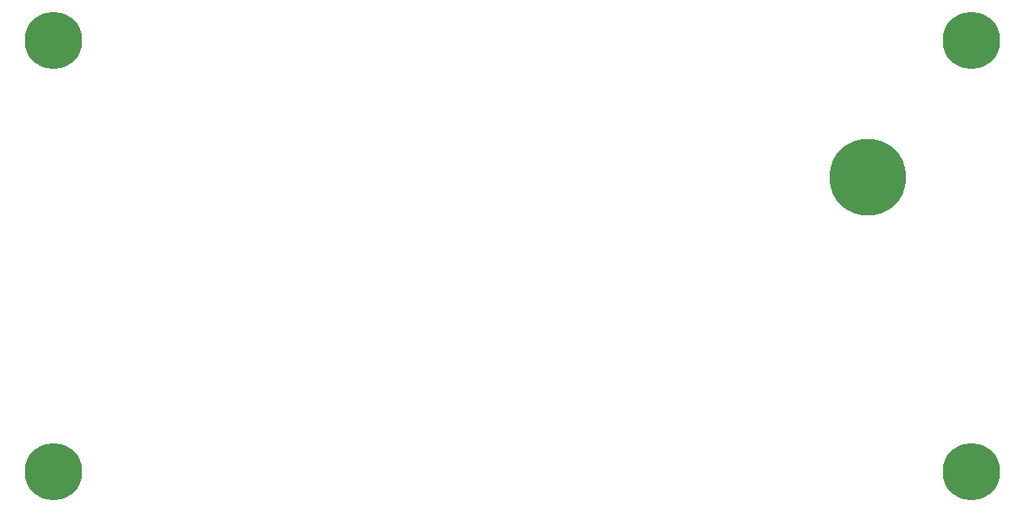
<source format=gbr>
%TF.GenerationSoftware,KiCad,Pcbnew,9.0.2*%
%TF.CreationDate,2025-05-19T10:19:53-04:00*%
%TF.ProjectId,backPanel,6261636b-5061-46e6-956c-2e6b69636164,rev?*%
%TF.SameCoordinates,Original*%
%TF.FileFunction,Soldermask,Bot*%
%TF.FilePolarity,Negative*%
%FSLAX46Y46*%
G04 Gerber Fmt 4.6, Leading zero omitted, Abs format (unit mm)*
G04 Created by KiCad (PCBNEW 9.0.2) date 2025-05-19 10:19:53*
%MOMM*%
%LPD*%
G01*
G04 APERTURE LIST*
%ADD10C,6.000000*%
%ADD11C,8.000000*%
G04 APERTURE END LIST*
D10*
%TO.C,J8*%
X94000000Y-129875000D03*
%TD*%
%TO.C,J5*%
X94000000Y-84735000D03*
%TD*%
%TO.C,J7*%
X190020000Y-129875000D03*
%TD*%
D11*
%TO.C,J4*%
X179200000Y-98995000D03*
%TD*%
D10*
%TO.C,J6*%
X190020000Y-84735000D03*
%TD*%
M02*

</source>
